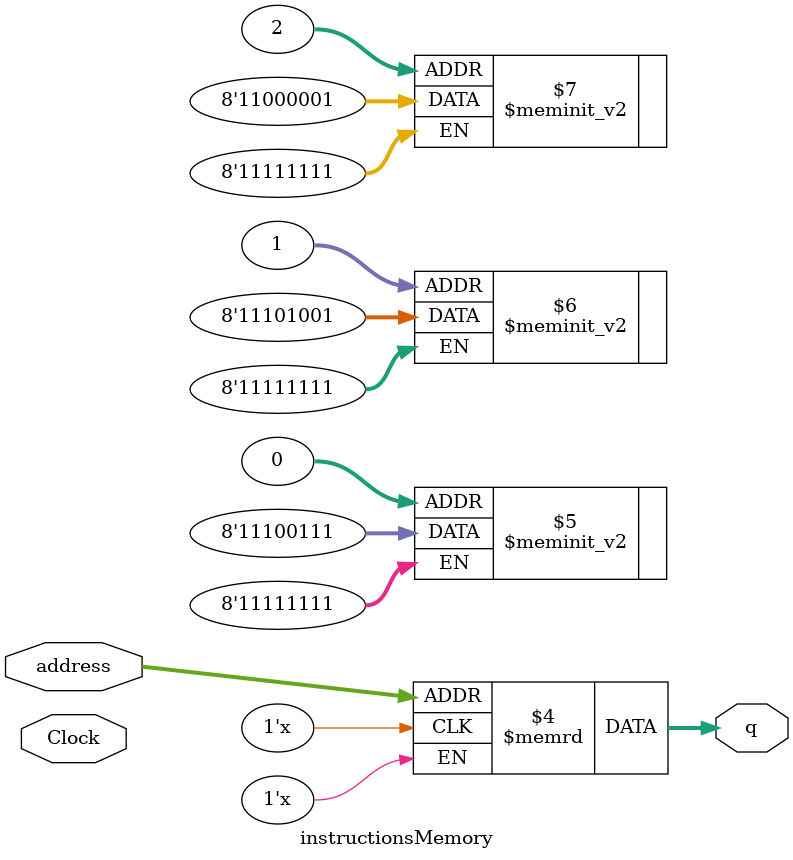
<source format=v>
module instructionsMemory (address, Clock, q);
input [7:0] address; 
//input [7:0] data;
input Clock;
output [7:0] q;

//256 slots de memoria, de 00 at� ef
reg [7:0] Mem [0:255];

initial 
begin
  //Coloque o seu programa nas posi��es de mem�ria 
  //////////////////////////////////////////////////
  Mem[32'h0] = 8'b11100111;	//set $s0 8
  Mem[32'h1] = 8'b11101001;  	//set $s1 1
  Mem[32'h2] = 8'b11000001;  	//cnt $s0 1  
//	...
end

assign q = Mem[address];

endmodule
</source>
